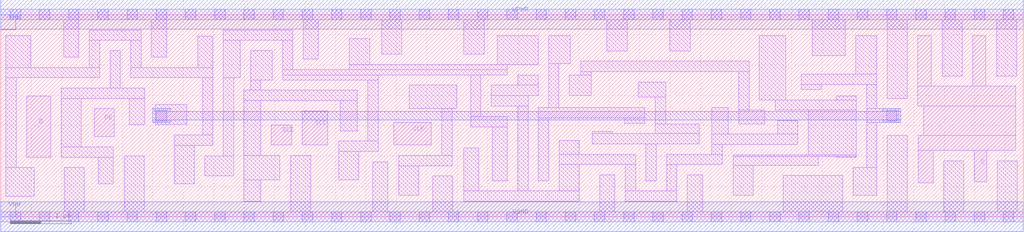
<source format=lef>
# Copyright 2020 The SkyWater PDK Authors
#
# Licensed under the Apache License, Version 2.0 (the "License");
# you may not use this file except in compliance with the License.
# You may obtain a copy of the License at
#
#     https://www.apache.org/licenses/LICENSE-2.0
#
# Unless required by applicable law or agreed to in writing, software
# distributed under the License is distributed on an "AS IS" BASIS,
# WITHOUT WARRANTIES OR CONDITIONS OF ANY KIND, either express or implied.
# See the License for the specific language governing permissions and
# limitations under the License.
#
# SPDX-License-Identifier: Apache-2.0

VERSION 5.5 ;
NAMESCASESENSITIVE ON ;
BUSBITCHARS "[]" ;
DIVIDERCHAR "/" ;
MACRO sky130_fd_sc_ms__sedfxtp_4
  CLASS CORE ;
  SOURCE USER ;
  ORIGIN  0.000000  0.000000 ;
  SIZE  16.80000 BY  3.330000 ;
  SYMMETRY X Y ;
  SITE unit ;
  PIN D
    ANTENNAGATEAREA  0.159000 ;
    DIRECTION INPUT ;
    USE SIGNAL ;
    PORT
      LAYER li1 ;
        RECT 0.425000 0.980000 0.825000 1.990000 ;
    END
  END D
  PIN DE
    ANTENNAGATEAREA  0.318000 ;
    DIRECTION INPUT ;
    USE SIGNAL ;
    PORT
      LAYER li1 ;
        RECT 1.535000 1.320000 1.865000 1.780000 ;
    END
  END DE
  PIN Q
    ANTENNADIFFAREA  1.097500 ;
    DIRECTION OUTPUT ;
    USE SIGNAL ;
    PORT
      LAYER li1 ;
        RECT 15.065000 1.820000 16.675000 2.150000 ;
        RECT 15.065000 2.150000 15.285000 2.980000 ;
        RECT 15.075000 0.560000 15.325000 1.090000 ;
        RECT 15.075000 1.090000 16.675000 1.340000 ;
        RECT 15.165000 1.340000 16.675000 1.820000 ;
        RECT 15.970000 2.150000 16.185000 2.980000 ;
        RECT 15.995000 0.575000 16.200000 1.090000 ;
    END
  END Q
  PIN SCD
    ANTENNAGATEAREA  0.159000 ;
    DIRECTION INPUT ;
    USE SIGNAL ;
    PORT
      LAYER li1 ;
        RECT 4.955000 1.180000 5.370000 1.745000 ;
    END
  END SCD
  PIN SCE
    ANTENNAGATEAREA  0.318000 ;
    DIRECTION INPUT ;
    USE SIGNAL ;
    PORT
      LAYER li1 ;
        RECT 4.445000 1.180000 4.785000 1.510000 ;
    END
  END SCE
  PIN CLK
    ANTENNAGATEAREA  0.279000 ;
    DIRECTION INPUT ;
    USE CLOCK ;
    PORT
      LAYER li1 ;
        RECT 6.455000 1.180000 7.075000 1.550000 ;
    END
  END CLK
  PIN VGND
    DIRECTION INOUT ;
    USE GROUND ;
    PORT
      LAYER met1 ;
        RECT 0.000000 -0.245000 16.800000 0.245000 ;
    END
  END VGND
  PIN VNB
    DIRECTION INOUT ;
    USE GROUND ;
    PORT
      LAYER met1 ;
        RECT 0.000000 0.000000 0.250000 0.250000 ;
    END
  END VNB
  PIN VPB
    DIRECTION INOUT ;
    USE POWER ;
    PORT
      LAYER met1 ;
        RECT 0.000000 3.080000 0.250000 3.330000 ;
    END
  END VPB
  PIN VPWR
    DIRECTION INOUT ;
    USE POWER ;
    PORT
      LAYER met1 ;
        RECT 0.000000 3.085000 16.800000 3.575000 ;
    END
  END VPWR
  OBS
    LAYER li1 ;
      RECT  0.000000 -0.085000 16.800000 0.085000 ;
      RECT  0.000000  3.245000 16.800000 3.415000 ;
      RECT  0.085000  0.340000  0.550000 0.810000 ;
      RECT  0.085000  0.810000  0.255000 2.290000 ;
      RECT  0.085000  2.290000  1.625000 2.460000 ;
      RECT  0.085000  2.460000  0.495000 2.980000 ;
      RECT  0.995000  0.980000  1.850000 1.150000 ;
      RECT  0.995000  1.150000  1.325000 1.950000 ;
      RECT  0.995000  1.950000  2.365000 2.120000 ;
      RECT  1.035000  2.630000  1.285000 3.245000 ;
      RECT  1.040000  0.085000  1.370000 0.810000 ;
      RECT  1.455000  2.460000  1.625000 2.905000 ;
      RECT  1.455000  2.905000  2.305000 3.075000 ;
      RECT  1.600000  0.545000  1.850000 0.980000 ;
      RECT  1.795000  2.120000  1.965000 2.735000 ;
      RECT  2.030000  0.085000  2.360000 1.005000 ;
      RECT  2.115000  1.520000  2.365000 1.950000 ;
      RECT  2.135000  2.290000  3.485000 2.460000 ;
      RECT  2.135000  2.460000  2.305000 2.905000 ;
      RECT  2.475000  2.630000  2.725000 3.245000 ;
      RECT  2.535000  1.520000  3.055000 1.850000 ;
      RECT  2.850000  0.545000  3.180000 1.175000 ;
      RECT  2.850000  1.175000  3.485000 1.345000 ;
      RECT  3.235000  2.460000  3.485000 2.975000 ;
      RECT  3.315000  1.345000  3.485000 2.290000 ;
      RECT  3.350000  0.675000  3.825000 1.005000 ;
      RECT  3.655000  1.005000  3.825000 2.295000 ;
      RECT  3.655000  2.295000  3.935000 2.905000 ;
      RECT  3.655000  2.905000  4.800000 3.075000 ;
      RECT  3.995000  0.255000  4.275000 0.605000 ;
      RECT  3.995000  0.605000  4.585000 1.010000 ;
      RECT  3.995000  1.010000  4.275000 1.915000 ;
      RECT  3.995000  1.915000  5.860000 2.085000 ;
      RECT  4.105000  2.085000  4.275000 2.255000 ;
      RECT  4.105000  2.255000  4.460000 2.735000 ;
      RECT  4.630000  2.255000  6.200000 2.335000 ;
      RECT  4.630000  2.335000  8.325000 2.425000 ;
      RECT  4.630000  2.425000  4.800000 2.905000 ;
      RECT  4.765000  0.085000  5.095000 1.010000 ;
      RECT  4.970000  2.595000  5.220000 3.245000 ;
      RECT  5.555000  0.605000  5.885000 1.075000 ;
      RECT  5.555000  1.075000  6.200000 1.245000 ;
      RECT  5.580000  1.415000  5.860000 1.915000 ;
      RECT  5.730000  2.425000  8.325000 2.505000 ;
      RECT  5.730000  2.505000  6.060000 2.935000 ;
      RECT  6.030000  1.245000  6.200000 2.255000 ;
      RECT  6.110000  0.085000  6.360000 0.905000 ;
      RECT  6.260000  2.675000  6.590000 3.245000 ;
      RECT  6.540000  0.350000  6.870000 0.840000 ;
      RECT  6.540000  0.840000  7.415000 1.010000 ;
      RECT  6.710000  1.785000  7.490000 2.165000 ;
      RECT  7.095000  0.085000  7.425000 0.670000 ;
      RECT  7.245000  1.010000  7.415000 1.785000 ;
      RECT  7.605000  0.255000  9.505000 0.425000 ;
      RECT  7.605000  0.425000  7.855000 1.130000 ;
      RECT  7.610000  2.675000  7.940000 3.245000 ;
      RECT  7.720000  1.480000  8.325000 1.650000 ;
      RECT  7.720000  1.650000  7.890000 2.335000 ;
      RECT  8.060000  1.820000  8.665000 1.995000 ;
      RECT  8.060000  1.995000  8.830000 2.165000 ;
      RECT  8.075000  0.595000  8.325000 1.480000 ;
      RECT  8.155000  2.505000  8.830000 2.980000 ;
      RECT  8.495000  0.425000  8.665000 1.820000 ;
      RECT  8.495000  2.165000  8.830000 2.335000 ;
      RECT  8.835000  0.595000  9.005000 1.630000 ;
      RECT  8.835000  1.630000 10.585000 1.800000 ;
      RECT  9.000000  1.800000  9.170000 2.520000 ;
      RECT  9.000000  2.520000  9.360000 2.980000 ;
      RECT  9.175000  0.425000  9.505000 0.860000 ;
      RECT  9.175000  0.860000 10.430000 1.030000 ;
      RECT  9.175000  1.030000  9.505000 1.255000 ;
      RECT  9.340000  2.000000  9.700000 2.330000 ;
      RECT  9.530000  2.330000  9.700000 2.390000 ;
      RECT  9.530000  2.390000 12.295000 2.560000 ;
      RECT  9.715000  1.200000 11.475000 1.370000 ;
      RECT  9.715000  1.370000 10.045000 1.405000 ;
      RECT  9.840000  0.085000 10.090000 0.690000 ;
      RECT  9.960000  2.730000 10.290000 3.245000 ;
      RECT 10.255000  1.540000 10.585000 1.630000 ;
      RECT 10.260000  0.255000 11.110000 0.425000 ;
      RECT 10.260000  0.425000 10.430000 0.860000 ;
      RECT 10.475000  1.970000 10.925000 2.220000 ;
      RECT 10.600000  0.595000 10.770000 1.200000 ;
      RECT 10.755000  1.370000 11.475000 1.530000 ;
      RECT 10.755000  1.530000 10.925000 1.970000 ;
      RECT 10.940000  0.425000 11.110000 0.860000 ;
      RECT 10.940000  0.860000 11.855000 1.030000 ;
      RECT 10.995000  2.730000 11.325000 3.245000 ;
      RECT 11.280000  0.085000 11.530000 0.690000 ;
      RECT 11.685000  1.030000 11.855000 1.190000 ;
      RECT 11.685000  1.190000 13.095000 1.360000 ;
      RECT 11.685000  1.360000 11.955000 1.800000 ;
      RECT 12.035000  0.350000 12.365000 0.850000 ;
      RECT 12.035000  0.850000 13.435000 0.990000 ;
      RECT 12.035000  0.990000 14.055000 1.020000 ;
      RECT 12.125000  1.530000 12.555000 1.755000 ;
      RECT 12.125000  1.755000 12.295000 2.390000 ;
      RECT 12.465000  1.925000 12.895000 2.980000 ;
      RECT 12.725000  1.755000 14.055000 1.925000 ;
      RECT 12.765000  1.360000 13.095000 1.585000 ;
      RECT 12.855000  0.085000 13.835000 0.680000 ;
      RECT 13.155000  2.095000 13.485000 2.180000 ;
      RECT 13.155000  2.180000 14.395000 2.350000 ;
      RECT 13.265000  1.020000 14.055000 1.755000 ;
      RECT 13.335000  2.650000 13.875000 3.245000 ;
      RECT 13.725000  0.980000 14.055000 0.990000 ;
      RECT 13.725000  1.925000 14.055000 1.990000 ;
      RECT 14.005000  0.350000 14.395000 0.810000 ;
      RECT 14.045000  2.350000 14.395000 2.980000 ;
      RECT 14.225000  0.810000 14.395000 1.550000 ;
      RECT 14.225000  1.550000 14.755000 1.780000 ;
      RECT 14.225000  1.780000 14.395000 2.180000 ;
      RECT 14.565000  0.085000 14.895000 1.340000 ;
      RECT 14.565000  1.950000 14.895000 3.245000 ;
      RECT 15.465000  2.320000 15.795000 3.245000 ;
      RECT 15.495000  0.085000 15.825000 0.920000 ;
      RECT 16.365000  2.320000 16.695000 3.245000 ;
      RECT 16.370000  0.085000 16.700000 0.920000 ;
    LAYER mcon ;
      RECT  0.155000 -0.085000  0.325000 0.085000 ;
      RECT  0.155000  3.245000  0.325000 3.415000 ;
      RECT  0.635000 -0.085000  0.805000 0.085000 ;
      RECT  0.635000  3.245000  0.805000 3.415000 ;
      RECT  1.115000 -0.085000  1.285000 0.085000 ;
      RECT  1.115000  3.245000  1.285000 3.415000 ;
      RECT  1.595000 -0.085000  1.765000 0.085000 ;
      RECT  1.595000  3.245000  1.765000 3.415000 ;
      RECT  2.075000 -0.085000  2.245000 0.085000 ;
      RECT  2.075000  3.245000  2.245000 3.415000 ;
      RECT  2.555000 -0.085000  2.725000 0.085000 ;
      RECT  2.555000  1.580000  2.725000 1.750000 ;
      RECT  2.555000  3.245000  2.725000 3.415000 ;
      RECT  3.035000 -0.085000  3.205000 0.085000 ;
      RECT  3.035000  3.245000  3.205000 3.415000 ;
      RECT  3.515000 -0.085000  3.685000 0.085000 ;
      RECT  3.515000  3.245000  3.685000 3.415000 ;
      RECT  3.995000 -0.085000  4.165000 0.085000 ;
      RECT  3.995000  3.245000  4.165000 3.415000 ;
      RECT  4.475000 -0.085000  4.645000 0.085000 ;
      RECT  4.475000  3.245000  4.645000 3.415000 ;
      RECT  4.955000 -0.085000  5.125000 0.085000 ;
      RECT  4.955000  3.245000  5.125000 3.415000 ;
      RECT  5.435000 -0.085000  5.605000 0.085000 ;
      RECT  5.435000  3.245000  5.605000 3.415000 ;
      RECT  5.915000 -0.085000  6.085000 0.085000 ;
      RECT  5.915000  3.245000  6.085000 3.415000 ;
      RECT  6.395000 -0.085000  6.565000 0.085000 ;
      RECT  6.395000  3.245000  6.565000 3.415000 ;
      RECT  6.875000 -0.085000  7.045000 0.085000 ;
      RECT  6.875000  3.245000  7.045000 3.415000 ;
      RECT  7.355000 -0.085000  7.525000 0.085000 ;
      RECT  7.355000  3.245000  7.525000 3.415000 ;
      RECT  7.835000 -0.085000  8.005000 0.085000 ;
      RECT  7.835000  3.245000  8.005000 3.415000 ;
      RECT  8.315000 -0.085000  8.485000 0.085000 ;
      RECT  8.315000  3.245000  8.485000 3.415000 ;
      RECT  8.795000 -0.085000  8.965000 0.085000 ;
      RECT  8.795000  3.245000  8.965000 3.415000 ;
      RECT  9.275000 -0.085000  9.445000 0.085000 ;
      RECT  9.275000  3.245000  9.445000 3.415000 ;
      RECT  9.755000 -0.085000  9.925000 0.085000 ;
      RECT  9.755000  3.245000  9.925000 3.415000 ;
      RECT 10.235000 -0.085000 10.405000 0.085000 ;
      RECT 10.235000  3.245000 10.405000 3.415000 ;
      RECT 10.715000 -0.085000 10.885000 0.085000 ;
      RECT 10.715000  3.245000 10.885000 3.415000 ;
      RECT 11.195000 -0.085000 11.365000 0.085000 ;
      RECT 11.195000  3.245000 11.365000 3.415000 ;
      RECT 11.675000 -0.085000 11.845000 0.085000 ;
      RECT 11.675000  3.245000 11.845000 3.415000 ;
      RECT 12.155000 -0.085000 12.325000 0.085000 ;
      RECT 12.155000  3.245000 12.325000 3.415000 ;
      RECT 12.635000 -0.085000 12.805000 0.085000 ;
      RECT 12.635000  3.245000 12.805000 3.415000 ;
      RECT 13.115000 -0.085000 13.285000 0.085000 ;
      RECT 13.115000  3.245000 13.285000 3.415000 ;
      RECT 13.595000 -0.085000 13.765000 0.085000 ;
      RECT 13.595000  3.245000 13.765000 3.415000 ;
      RECT 14.075000 -0.085000 14.245000 0.085000 ;
      RECT 14.075000  3.245000 14.245000 3.415000 ;
      RECT 14.555000 -0.085000 14.725000 0.085000 ;
      RECT 14.555000  1.580000 14.725000 1.750000 ;
      RECT 14.555000  3.245000 14.725000 3.415000 ;
      RECT 15.035000 -0.085000 15.205000 0.085000 ;
      RECT 15.035000  3.245000 15.205000 3.415000 ;
      RECT 15.515000 -0.085000 15.685000 0.085000 ;
      RECT 15.515000  3.245000 15.685000 3.415000 ;
      RECT 15.995000 -0.085000 16.165000 0.085000 ;
      RECT 15.995000  3.245000 16.165000 3.415000 ;
      RECT 16.475000 -0.085000 16.645000 0.085000 ;
      RECT 16.475000  3.245000 16.645000 3.415000 ;
    LAYER met1 ;
      RECT  2.495000 1.550000  2.785000 1.595000 ;
      RECT  2.495000 1.595000 14.785000 1.735000 ;
      RECT  2.495000 1.735000  2.785000 1.780000 ;
      RECT 14.495000 1.550000 14.785000 1.595000 ;
      RECT 14.495000 1.735000 14.785000 1.780000 ;
  END
END sky130_fd_sc_ms__sedfxtp_4
END LIBRARY

</source>
